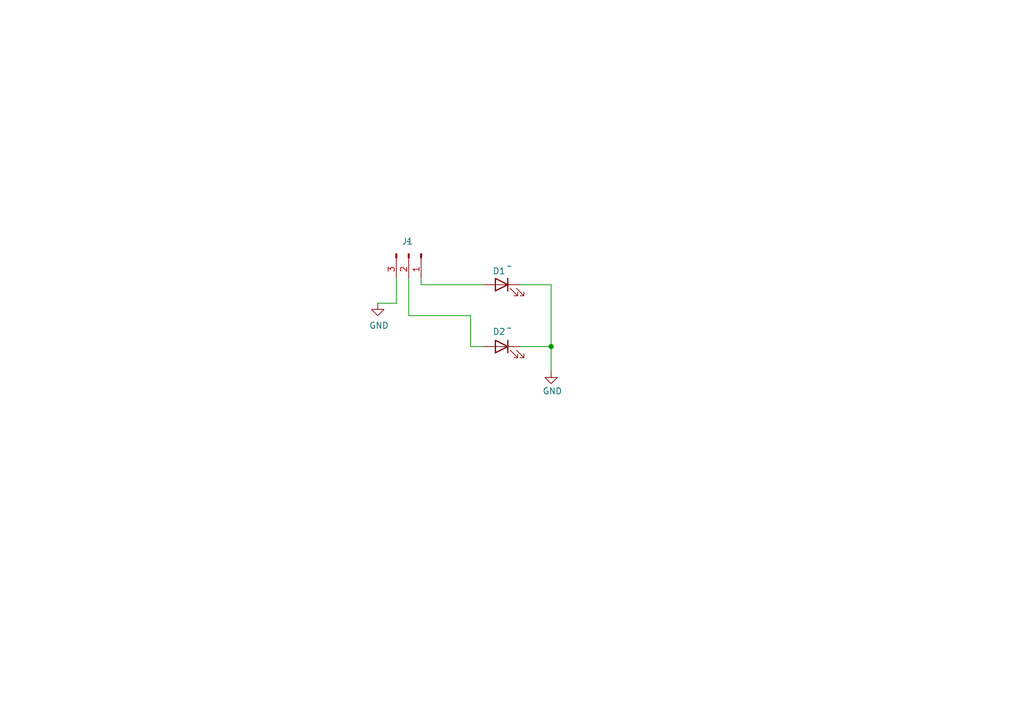
<source format=kicad_sch>
(kicad_sch (version 20231120) (generator "eeschema") (generator_version "8.0")
  (paper "A5")
  (title_block (title "Placa MECA-LED5") (date "2024-10-27") (rev "1") (company "URJC") (comment 1 "Autor: Elisa") (comment 2 "Placa con dos LEDs para Arduino Uno/Alhambra II"))
  (lib_symbols
    (symbol "Connector:Conn_01x03_Pin" (pin_names (offset 1.016) hide)
      (property "Reference" "J" (at 0 5.08 0))
      (property "Value" "Conn_01x03_Pin" (at 0 -5.08 0))
      (symbol "Conn_01x03_Pin_1_1"
        (polyline (pts (xy 1.27 -2.54) (xy 0.8636 -2.54)) (stroke (width 0.1524)))
        (polyline (pts (xy 1.27 0) (xy 0.8636 0)) (stroke (width 0.1524)))
        (polyline (pts (xy 1.27 2.54) (xy 0.8636 2.54)) (stroke (width 0.1524)))
        (rectangle (start 0.8636 -2.413) (end 0 -2.667) (stroke (width 0.1524)) (fill (type outline)))
        (rectangle (start 0.8636 0.127) (end 0 -0.127) (stroke (width 0.1524)) (fill (type outline)))
        (rectangle (start 0.8636 2.667) (end 0 2.413) (stroke (width 0.1524)) (fill (type outline)))
        (pin passive line (at 5.08 2.54 180) (length 3.81) (name "Pin_1") (number "1"))
        (pin passive line (at 5.08 0 180) (length 3.81) (name "Pin_2") (number "2"))
        (pin passive line (at 5.08 -2.54 180) (length 3.81) (name "Pin_3") (number "3"))
      )
    )
    (symbol "Device:LED" (pin_numbers hide) (pin_names (offset 1.016) hide)
      (property "Reference" "D" (at 0 2.54 0))
      (property "Value" "LED" (at 0 -2.54 0))
      (symbol "LED_0_1"
        (polyline (pts (xy -1.27 -1.27) (xy -1.27 1.27)) (stroke (width 0.254)))
        (polyline (pts (xy -1.27 0) (xy 1.27 0)))
        (polyline (pts (xy 1.27 -1.27) (xy 1.27 1.27) (xy -1.27 0) (xy 1.27 -1.27)) (stroke (width 0.254)))
        (polyline (pts (xy -3.048 -0.762) (xy -4.572 -2.286) (xy -3.81 -2.286) (xy -4.572 -2.286) (xy -4.572 -1.524)))
        (polyline (pts (xy -1.778 -0.762) (xy -3.302 -2.286) (xy -2.54 -2.286) (xy -3.302 -2.286) (xy -3.302 -1.524)))
      )
      (symbol "LED_1_1"
        (pin passive line (at -3.81 0 0) (length 2.54) (name "K") (number "1"))
        (pin passive line (at 3.81 0 180) (length 2.54) (name "A") (number "2"))
      )
    )
    (symbol "power:GND" (power) (pin_numbers hide) (pin_names (offset 0) hide)
      (property "Value" "GND" (at 0 -3.81 0))
      (symbol "GND_0_1"
        (polyline (pts (xy 0 0) (xy 0 -1.27) (xy 1.27 -1.27) (xy 0 -2.54) (xy -1.27 -1.27) (xy 0 -1.27)))
      )
      (symbol "GND_1_1"
        (pin power_in line (at 0 0 270) (length 0) (name "~") (number "1"))
      )
    )
  )
  (junction (at 113.03 71.12))
  (wire (pts (xy 113.03 71.12) (xy 113.03 76.2)))
  (wire (pts (xy 113.03 71.12) (xy 106.68 71.12)))
  (wire (pts (xy 81.28 62.23) (xy 77.47 62.23)))
  (wire (pts (xy 106.68 58.42) (xy 113.03 58.42)))
  (wire (pts (xy 96.52 64.77) (xy 96.52 71.12)))
  (wire (pts (xy 96.52 71.12) (xy 99.06 71.12)))
  (wire (pts (xy 86.36 58.42) (xy 99.06 58.42)))
  (wire (pts (xy 113.03 58.42) (xy 113.03 71.12)))
  (wire (pts (xy 81.28 57.15) (xy 81.28 62.23)))
  (wire (pts (xy 83.82 57.15) (xy 83.82 64.77)))
  (wire (pts (xy 83.82 64.77) (xy 96.52 64.77)))
  (wire (pts (xy 86.36 57.15) (xy 86.36 58.42)))
  (symbol (lib_id "power:GND") (at 113.03 76.2 0) (unit 1)
    (property "Reference" "#PWR01" (effects (hide yes)))
    (property "Value" "GND" (at 113.284 80.264 0))
    (property "Description" "Power symbol creates a global label with name \"GND\" , ground" (effects (hide yes)))
  )
  (symbol (lib_id "Connector:Conn_01x03_Pin") (at 83.82 52.07 270) (unit 1)
    (property "Reference" "J1" (at 83.566 49.53 90))
    (property "Value" "~" (at 83.82 49.53 90))
    (property "Description" "Generic connector, single row, 01x03, script generated" (effects (hide yes)))
  )
  (symbol (lib_id "power:GND") (at 77.47 62.23 0) (unit 1)
    (property "Reference" "#PWR02" (effects (hide yes)))
    (property "Value" "GND" (at 77.724 66.802 0))
    (property "Description" "Power symbol creates a global label with name \"GND\" , ground" (effects (hide yes)))
  )
  (symbol (lib_id "Device:LED") (at 102.87 58.42 0) (mirror y) (unit 1)
    (property "Reference" "D1" (at 102.362 55.626 0))
    (property "Value" "~" (at 104.4575 54.61 0))
    (property "Description" "Light emitting diode" (effects (hide yes)))
  )
  (symbol (lib_id "Device:LED") (at 102.87 71.12 0) (mirror y) (unit 1)
    (property "Reference" "D2" (at 102.362 68.072 0))
    (property "Value" "~" (at 104.4575 67.31 0))
    (property "Description" "Light emitting diode" (effects (hide yes)))
  )
)
</source>
